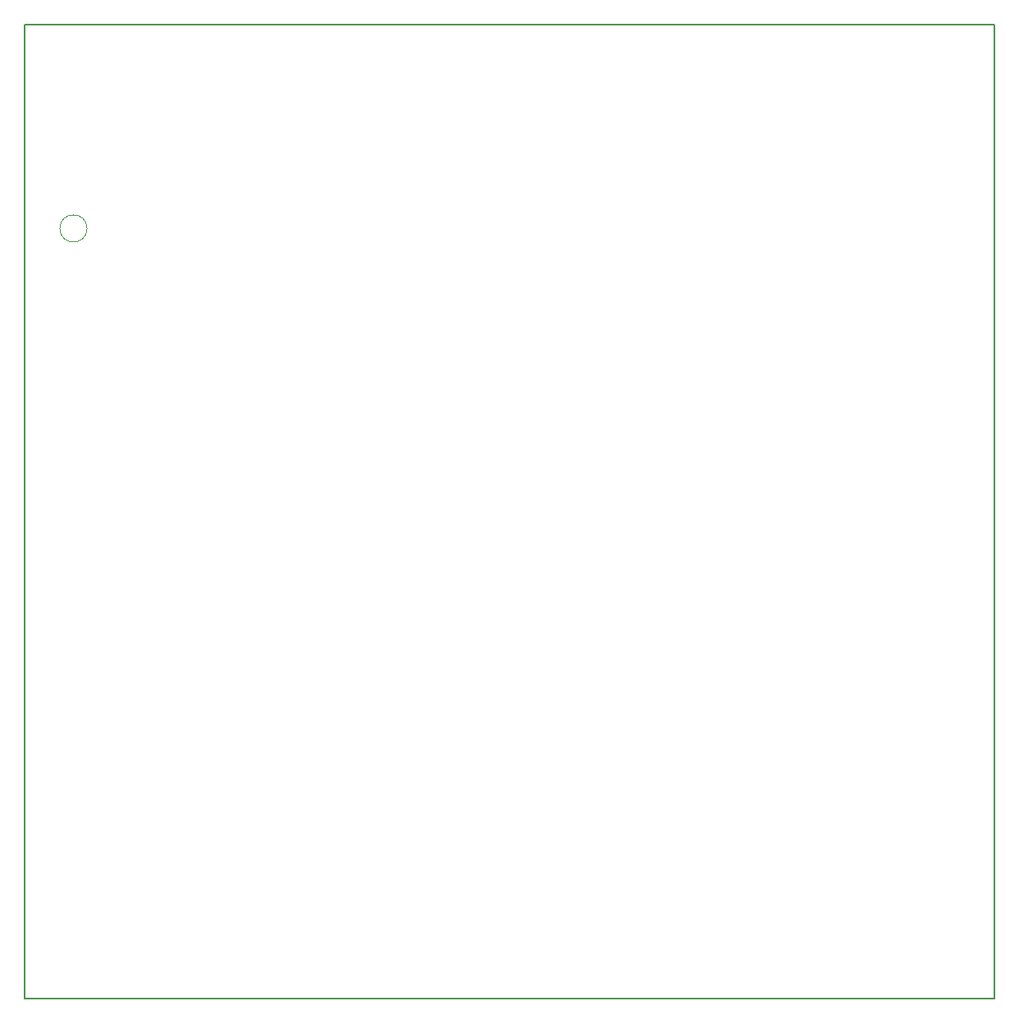
<source format=gbr>
%TF.GenerationSoftware,KiCad,Pcbnew,8.0.0*%
%TF.CreationDate,2024-04-01T16:50:34+09:00*%
%TF.ProjectId,Raverack,52617665-7261-4636-9b2e-6b696361645f,rev?*%
%TF.SameCoordinates,Original*%
%TF.FileFunction,Profile,NP*%
%FSLAX46Y46*%
G04 Gerber Fmt 4.6, Leading zero omitted, Abs format (unit mm)*
G04 Created by KiCad (PCBNEW 8.0.0) date 2024-04-01 16:50:34*
%MOMM*%
%LPD*%
G01*
G04 APERTURE LIST*
%TA.AperFunction,Profile*%
%ADD10C,0.100000*%
%TD*%
%TA.AperFunction,Profile*%
%ADD11C,0.150000*%
%TD*%
G04 APERTURE END LIST*
D10*
X99400000Y-54500000D02*
G75*
G02*
X96600000Y-54500000I-1400000J0D01*
G01*
X96600000Y-54500000D02*
G75*
G02*
X99400000Y-54500000I1400000J0D01*
G01*
D11*
X93000000Y-33500000D02*
X193000000Y-33500000D01*
X193000000Y-134000000D01*
X93000000Y-134000000D01*
X93000000Y-33500000D01*
M02*

</source>
